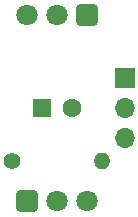
<source format=gbr>
%TF.GenerationSoftware,KiCad,Pcbnew,6.0.2+dfsg-1*%
%TF.CreationDate,2022-10-05T13:54:51+11:00*%
%TF.ProjectId,ir-sensor,69722d73-656e-4736-9f72-2e6b69636164,rev?*%
%TF.SameCoordinates,Original*%
%TF.FileFunction,Copper,L2,Bot*%
%TF.FilePolarity,Positive*%
%FSLAX46Y46*%
G04 Gerber Fmt 4.6, Leading zero omitted, Abs format (unit mm)*
G04 Created by KiCad (PCBNEW 6.0.2+dfsg-1) date 2022-10-05 13:54:51*
%MOMM*%
%LPD*%
G01*
G04 APERTURE LIST*
G04 Aperture macros list*
%AMRoundRect*
0 Rectangle with rounded corners*
0 $1 Rounding radius*
0 $2 $3 $4 $5 $6 $7 $8 $9 X,Y pos of 4 corners*
0 Add a 4 corners polygon primitive as box body*
4,1,4,$2,$3,$4,$5,$6,$7,$8,$9,$2,$3,0*
0 Add four circle primitives for the rounded corners*
1,1,$1+$1,$2,$3*
1,1,$1+$1,$4,$5*
1,1,$1+$1,$6,$7*
1,1,$1+$1,$8,$9*
0 Add four rect primitives between the rounded corners*
20,1,$1+$1,$2,$3,$4,$5,0*
20,1,$1+$1,$4,$5,$6,$7,0*
20,1,$1+$1,$6,$7,$8,$9,0*
20,1,$1+$1,$8,$9,$2,$3,0*%
G04 Aperture macros list end*
%TA.AperFunction,ComponentPad*%
%ADD10RoundRect,0.250200X-0.649800X-0.649800X0.649800X-0.649800X0.649800X0.649800X-0.649800X0.649800X0*%
%TD*%
%TA.AperFunction,ComponentPad*%
%ADD11C,1.800000*%
%TD*%
%TA.AperFunction,ComponentPad*%
%ADD12RoundRect,0.250200X0.649800X0.649800X-0.649800X0.649800X-0.649800X-0.649800X0.649800X-0.649800X0*%
%TD*%
%TA.AperFunction,ComponentPad*%
%ADD13C,1.400000*%
%TD*%
%TA.AperFunction,ComponentPad*%
%ADD14O,1.400000X1.400000*%
%TD*%
%TA.AperFunction,ComponentPad*%
%ADD15R,1.700000X1.700000*%
%TD*%
%TA.AperFunction,ComponentPad*%
%ADD16O,1.700000X1.700000*%
%TD*%
%TA.AperFunction,ComponentPad*%
%ADD17R,1.600000X1.600000*%
%TD*%
%TA.AperFunction,ComponentPad*%
%ADD18C,1.600000*%
%TD*%
G04 APERTURE END LIST*
D10*
%TO.P,IR1,1,OUT*%
%TO.N,Net-(U1-Pad1)*%
X142240000Y-86605000D03*
D11*
%TO.P,IR1,2,GND*%
%TO.N,GND*%
X144780000Y-86605000D03*
%TO.P,IR1,3,Vs*%
%TO.N,Net-(U1-Pad3)*%
X147320000Y-86605000D03*
%TD*%
D12*
%TO.P,IR2,1,OUT*%
%TO.N,Net-(U1-Pad1)*%
X147320000Y-70875000D03*
D11*
%TO.P,IR2,2,GND*%
%TO.N,GND*%
X144780000Y-70875000D03*
%TO.P,IR2,3,Vs*%
%TO.N,Net-(U1-Pad3)*%
X142240000Y-70875000D03*
%TD*%
D13*
%TO.P,R1,1*%
%TO.N,Net-(U1-Pad3)*%
X140970000Y-83185000D03*
D14*
%TO.P,R1,2*%
%TO.N,Net-(J1-Pad3)*%
X148590000Y-83185000D03*
%TD*%
D15*
%TO.P,J1,1,Pin_1*%
%TO.N,Net-(U1-Pad1)*%
X150565000Y-76215000D03*
D16*
%TO.P,J1,2,Pin_2*%
%TO.N,GND*%
X150565000Y-78755000D03*
%TO.P,J1,3,Pin_3*%
%TO.N,Net-(J1-Pad3)*%
X150565000Y-81295000D03*
%TD*%
D17*
%TO.P,C1,1*%
%TO.N,Net-(U1-Pad3)*%
X143574888Y-78740000D03*
D18*
%TO.P,C1,2*%
%TO.N,GND*%
X146074888Y-78740000D03*
%TD*%
M02*

</source>
